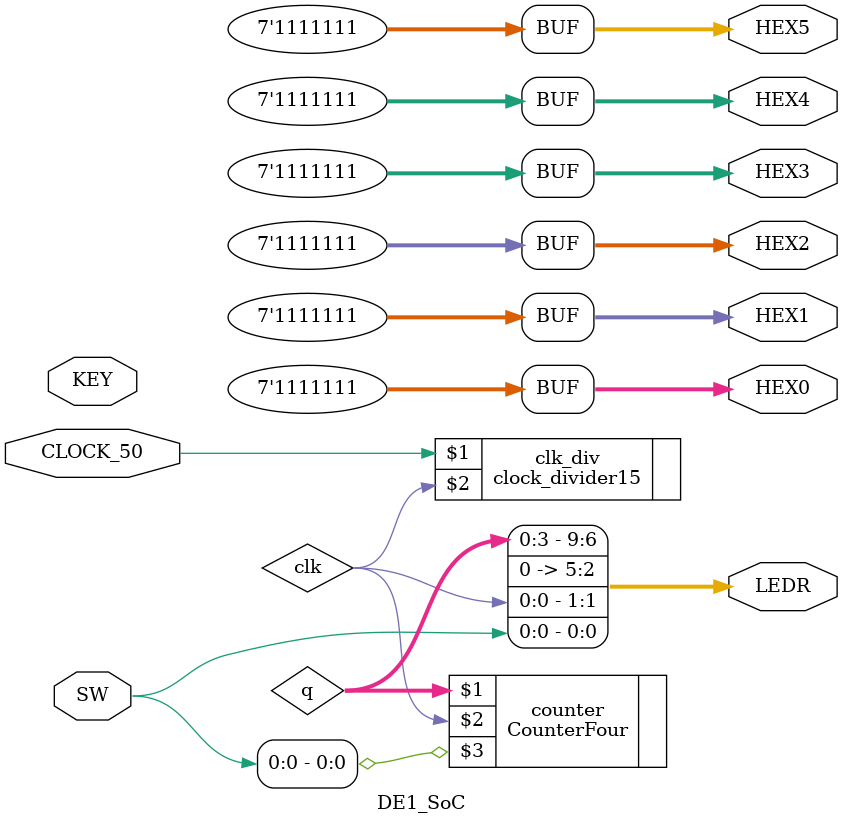
<source format=sv>

module DE1_SoC (HEX0, HEX1, HEX2, HEX3, HEX4, HEX5, KEY, LEDR, SW, CLOCK_50);
 output [6:0] HEX0, HEX1, HEX2, HEX3, HEX4, HEX5;
 output [9:0] LEDR;
 input [3:0] KEY;
 input [9:0] SW;
 input CLOCK_50; // 50MHz clock.

 // Default values, turns off the HEX displays
 assign HEX0 = 7'b1111111;
 assign HEX1 = 7'b1111111;
 assign HEX2 = 7'b1111111;
 assign HEX3 = 7'b1111111;
 assign HEX4 = 7'b1111111;
 assign HEX5 = 7'b1111111;

 wire clk;
 clock_divider15 clk_div (CLOCK_50, clk);
 
 wire [0:3] q;
 CounterFour counter(q, clk, SW[0]);
 
 assign LEDR = {q, 4'b0000, clk, SW[0]};
 
endmodule 

</source>
